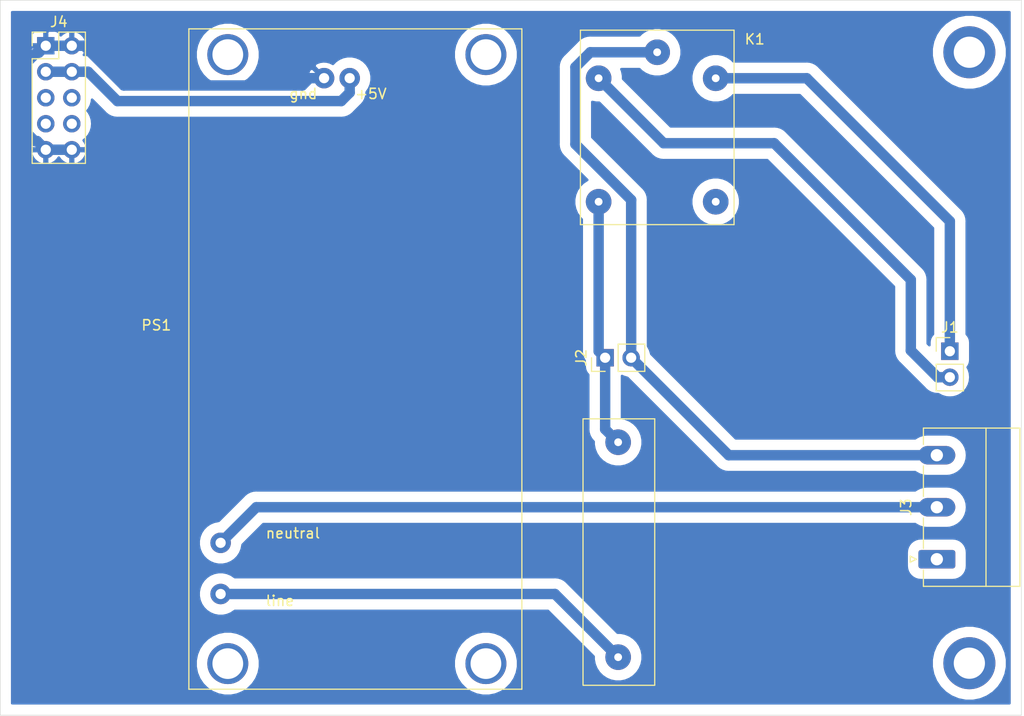
<source format=kicad_pcb>
(kicad_pcb (version 20171130) (host pcbnew "(5.1.4)-1")

  (general
    (thickness 1.6)
    (drawings 4)
    (tracks 48)
    (zones 0)
    (modules 7)
    (nets 15)
  )

  (page A4)
  (layers
    (0 F.Cu signal)
    (31 B.Cu signal)
    (32 B.Adhes user)
    (33 F.Adhes user)
    (34 B.Paste user)
    (35 F.Paste user)
    (36 B.SilkS user)
    (37 F.SilkS user)
    (38 B.Mask user)
    (39 F.Mask user)
    (40 Dwgs.User user)
    (41 Cmts.User user)
    (42 Eco1.User user)
    (43 Eco2.User user)
    (44 Edge.Cuts user)
    (45 Margin user)
    (46 B.CrtYd user)
    (47 F.CrtYd user)
    (48 B.Fab user)
    (49 F.Fab user)
  )

  (setup
    (last_trace_width 1.016)
    (trace_clearance 0.508)
    (zone_clearance 0.508)
    (zone_45_only no)
    (trace_min 0.2)
    (via_size 0.8)
    (via_drill 0.4)
    (via_min_size 0.4)
    (via_min_drill 0.3)
    (uvia_size 0.3)
    (uvia_drill 0.1)
    (uvias_allowed no)
    (uvia_min_size 0.2)
    (uvia_min_drill 0.1)
    (edge_width 0.05)
    (segment_width 0.2)
    (pcb_text_width 0.3)
    (pcb_text_size 1.5 1.5)
    (mod_edge_width 0.12)
    (mod_text_size 1 1)
    (mod_text_width 0.15)
    (pad_size 1.524 1.524)
    (pad_drill 0.762)
    (pad_to_mask_clearance 0.051)
    (solder_mask_min_width 0.25)
    (aux_axis_origin 0 0)
    (visible_elements 7FFFFFFF)
    (pcbplotparams
      (layerselection 0x010fc_ffffffff)
      (usegerberextensions false)
      (usegerberattributes false)
      (usegerberadvancedattributes false)
      (creategerberjobfile false)
      (excludeedgelayer true)
      (linewidth 0.100000)
      (plotframeref false)
      (viasonmask false)
      (mode 1)
      (useauxorigin false)
      (hpglpennumber 1)
      (hpglpenspeed 20)
      (hpglpendiameter 15.000000)
      (psnegative false)
      (psa4output false)
      (plotreference true)
      (plotvalue true)
      (plotinvisibletext false)
      (padsonsilk false)
      (subtractmaskfromsilk false)
      (outputformat 1)
      (mirror false)
      (drillshape 1)
      (scaleselection 1)
      (outputdirectory ""))
  )

  (net 0 "")
  (net 1 "Net-(F1-Pad1)")
  (net 2 "Net-(F1-Pad2)")
  (net 3 "Net-(J1-Pad2)")
  (net 4 "Net-(J1-Pad1)")
  (net 5 LINE)
  (net 6 NEUT)
  (net 7 "Net-(J4-Pad1)")
  (net 8 "Net-(J4-Pad3)")
  (net 9 "Net-(J4-Pad5)")
  (net 10 "Net-(J4-Pad6)")
  (net 11 "Net-(J4-Pad7)")
  (net 12 "Net-(J4-Pad8)")
  (net 13 "Net-(K1-Pad2)")
  (net 14 "Net-(J3-Pad1)")

  (net_class Default "This is the default net class."
    (clearance 0.508)
    (trace_width 1.016)
    (via_dia 0.8)
    (via_drill 0.4)
    (uvia_dia 0.3)
    (uvia_drill 0.1)
    (add_net LINE)
    (add_net NEUT)
    (add_net "Net-(F1-Pad1)")
    (add_net "Net-(F1-Pad2)")
    (add_net "Net-(J1-Pad1)")
    (add_net "Net-(J1-Pad2)")
    (add_net "Net-(J3-Pad1)")
    (add_net "Net-(J4-Pad1)")
    (add_net "Net-(J4-Pad3)")
    (add_net "Net-(J4-Pad5)")
    (add_net "Net-(J4-Pad6)")
    (add_net "Net-(J4-Pad7)")
    (add_net "Net-(J4-Pad8)")
    (add_net "Net-(K1-Pad2)")
  )

  (module MyStuff:Converter_ACDC_5V_10W_XPJ-01B (layer F.Cu) (tedit 61487CCC) (tstamp 6145EDC3)
    (at 116.205 119.38)
    (path /614920C0)
    (fp_text reference PS1 (at -3.175 -35.56) (layer F.SilkS)
      (effects (font (size 1 1) (thickness 0.15)))
    )
    (fp_text value XPJ-01B_5V_10W (at 15.24 1.778) (layer F.Fab)
      (effects (font (size 1 1) (thickness 0.15)))
    )
    (fp_text user +5V (at 17.78 -58.166) (layer F.SilkS)
      (effects (font (size 1 1) (thickness 0.15)))
    )
    (fp_text user gnd (at 11.176 -58.166) (layer F.SilkS)
      (effects (font (size 1 1) (thickness 0.15)))
    )
    (fp_text user line (at 8.89 -8.636) (layer F.SilkS)
      (effects (font (size 1 1) (thickness 0.15)))
    )
    (fp_text user neutral (at 10.16 -15.24) (layer F.SilkS)
      (effects (font (size 1 1) (thickness 0.15)))
    )
    (fp_line (start 32.512 -64.516) (end 0 -64.516) (layer F.SilkS) (width 0.12))
    (fp_line (start 0 0) (end 32.512 0) (layer F.SilkS) (width 0.12))
    (fp_line (start 32.512 -64.516) (end 32.512 0) (layer F.SilkS) (width 0.12))
    (fp_line (start 0 -64.516) (end 0 0) (layer F.SilkS) (width 0.12))
    (fp_line (start 32.4 0) (end 32.4 -64.65) (layer F.CrtYd) (width 0.12))
    (fp_line (start 0 0) (end 0 -64.65) (layer F.CrtYd) (width 0.12))
    (fp_line (start 0 -64.65) (end 32.4 -64.65) (layer F.CrtYd) (width 0.12))
    (fp_line (start 0 0) (end 32.4 0) (layer F.CrtYd) (width 0.12))
    (pad "" thru_hole circle (at 29 -62) (size 4 4) (drill 3) (layers *.Cu *.Mask))
    (pad "" thru_hole circle (at 29 -2.5) (size 4 4) (drill 3) (layers *.Cu *.Mask))
    (pad "" thru_hole circle (at 3.8 -62) (size 4 4) (drill 3) (layers *.Cu *.Mask))
    (pad "" thru_hole circle (at 3.8 -2.5) (size 4 4) (drill 3) (layers *.Cu *.Mask))
    (pad 4 thru_hole circle (at 15.7 -59.7) (size 2 2) (drill 1) (layers *.Cu *.Mask)
      (net 8 "Net-(J4-Pad3)"))
    (pad 3 thru_hole circle (at 13.2 -59.7) (size 2 2) (drill 1) (layers *.Cu *.Mask)
      (net 7 "Net-(J4-Pad1)"))
    (pad 1 thru_hole circle (at 3.1 -14.3) (size 2 2) (drill 1) (layers *.Cu *.Mask)
      (net 6 NEUT))
    (pad 2 thru_hole circle (at 3.1 -9.3) (size 2 2) (drill 1) (layers *.Cu *.Mask)
      (net 2 "Net-(F1-Pad2)"))
  )

  (module MyStuff:Relay_SPDT_Songel-15x19mm (layer F.Cu) (tedit 6144CB90) (tstamp 61459D49)
    (at 156.21 71.755)
    (path /6144DB6F)
    (fp_text reference K1 (at 15.24 -15.875) (layer F.SilkS)
      (effects (font (size 1 1) (thickness 0.15)))
    )
    (fp_text value SRD-05VDC-SL-C (at 5.588 4.064) (layer F.Fab)
      (effects (font (size 1 1) (thickness 0.15)))
    )
    (fp_line (start -1.778 2.236) (end 13.222 2.236) (layer F.SilkS) (width 0.12))
    (fp_line (start -1.778 -16.764) (end 13.222 -16.764) (layer F.SilkS) (width 0.12))
    (fp_line (start -1.778 -16.764) (end -1.778 2.236) (layer F.SilkS) (width 0.12))
    (fp_line (start 13.222 -16.764) (end 13.222 2.236) (layer F.SilkS) (width 0.12))
    (fp_line (start -2.032 -17.018) (end 13.462 -17.018) (layer F.Fab) (width 0.12))
    (fp_line (start 13.462 -17.018) (end 13.462 2.54) (layer F.Fab) (width 0.12))
    (fp_line (start 13.462 2.54) (end -2.032 2.54) (layer F.Fab) (width 0.12))
    (fp_line (start -2.032 2.54) (end -2.032 -17.018) (layer F.Fab) (width 0.12))
    (pad 1 thru_hole circle (at 0 0) (size 2.5 2.5) (drill 0.762) (layers *.Cu *.Mask)
      (net 1 "Net-(F1-Pad1)"))
    (pad 2 thru_hole circle (at 11.43 0) (size 2.5 2.5) (drill 0.762) (layers *.Cu *.Mask)
      (net 13 "Net-(K1-Pad2)"))
    (pad 3 thru_hole circle (at 0 -12.065) (size 2.5 2.5) (drill 0.762) (layers *.Cu *.Mask)
      (net 3 "Net-(J1-Pad2)"))
    (pad 4 thru_hole circle (at 11.43 -12.065) (size 2.5 2.5) (drill 0.762) (layers *.Cu *.Mask)
      (net 4 "Net-(J1-Pad1)"))
    (pad 5 thru_hole circle (at 5.715 -14.605) (size 2.5 2.5) (drill 0.762) (layers *.Cu *.Mask)
      (net 5 LINE))
  )

  (module Connector_PinHeader_2.54mm:PinHeader_2x05_P2.54mm_Vertical (layer F.Cu) (tedit 59FED5CC) (tstamp 61459748)
    (at 102.235 56.515)
    (descr "Through hole straight pin header, 2x05, 2.54mm pitch, double rows")
    (tags "Through hole pin header THT 2x05 2.54mm double row")
    (path /61459678)
    (fp_text reference J4 (at 1.27 -2.33) (layer F.SilkS)
      (effects (font (size 1 1) (thickness 0.15)))
    )
    (fp_text value "Power bus" (at 1.27 12.49) (layer F.Fab)
      (effects (font (size 1 1) (thickness 0.15)))
    )
    (fp_line (start 0 -1.27) (end 3.81 -1.27) (layer F.Fab) (width 0.1))
    (fp_line (start 3.81 -1.27) (end 3.81 11.43) (layer F.Fab) (width 0.1))
    (fp_line (start 3.81 11.43) (end -1.27 11.43) (layer F.Fab) (width 0.1))
    (fp_line (start -1.27 11.43) (end -1.27 0) (layer F.Fab) (width 0.1))
    (fp_line (start -1.27 0) (end 0 -1.27) (layer F.Fab) (width 0.1))
    (fp_line (start -1.33 11.49) (end 3.87 11.49) (layer F.SilkS) (width 0.12))
    (fp_line (start -1.33 1.27) (end -1.33 11.49) (layer F.SilkS) (width 0.12))
    (fp_line (start 3.87 -1.33) (end 3.87 11.49) (layer F.SilkS) (width 0.12))
    (fp_line (start -1.33 1.27) (end 1.27 1.27) (layer F.SilkS) (width 0.12))
    (fp_line (start 1.27 1.27) (end 1.27 -1.33) (layer F.SilkS) (width 0.12))
    (fp_line (start 1.27 -1.33) (end 3.87 -1.33) (layer F.SilkS) (width 0.12))
    (fp_line (start -1.33 0) (end -1.33 -1.33) (layer F.SilkS) (width 0.12))
    (fp_line (start -1.33 -1.33) (end 0 -1.33) (layer F.SilkS) (width 0.12))
    (fp_line (start -1.8 -1.8) (end -1.8 11.95) (layer F.CrtYd) (width 0.05))
    (fp_line (start -1.8 11.95) (end 4.35 11.95) (layer F.CrtYd) (width 0.05))
    (fp_line (start 4.35 11.95) (end 4.35 -1.8) (layer F.CrtYd) (width 0.05))
    (fp_line (start 4.35 -1.8) (end -1.8 -1.8) (layer F.CrtYd) (width 0.05))
    (fp_text user %R (at 1.27 5.08 90) (layer F.Fab)
      (effects (font (size 1 1) (thickness 0.15)))
    )
    (pad 1 thru_hole rect (at 0 0) (size 1.7 1.7) (drill 1) (layers *.Cu *.Mask)
      (net 7 "Net-(J4-Pad1)"))
    (pad 2 thru_hole oval (at 2.54 0) (size 1.7 1.7) (drill 1) (layers *.Cu *.Mask)
      (net 7 "Net-(J4-Pad1)"))
    (pad 3 thru_hole oval (at 0 2.54) (size 1.7 1.7) (drill 1) (layers *.Cu *.Mask)
      (net 8 "Net-(J4-Pad3)"))
    (pad 4 thru_hole oval (at 2.54 2.54) (size 1.7 1.7) (drill 1) (layers *.Cu *.Mask)
      (net 8 "Net-(J4-Pad3)"))
    (pad 5 thru_hole oval (at 0 5.08) (size 1.7 1.7) (drill 1) (layers *.Cu *.Mask)
      (net 9 "Net-(J4-Pad5)"))
    (pad 6 thru_hole oval (at 2.54 5.08) (size 1.7 1.7) (drill 1) (layers *.Cu *.Mask)
      (net 10 "Net-(J4-Pad6)"))
    (pad 7 thru_hole oval (at 0 7.62) (size 1.7 1.7) (drill 1) (layers *.Cu *.Mask)
      (net 11 "Net-(J4-Pad7)"))
    (pad 8 thru_hole oval (at 2.54 7.62) (size 1.7 1.7) (drill 1) (layers *.Cu *.Mask)
      (net 12 "Net-(J4-Pad8)"))
    (pad 9 thru_hole oval (at 0 10.16) (size 1.7 1.7) (drill 1) (layers *.Cu *.Mask)
      (net 7 "Net-(J4-Pad1)"))
    (pad 10 thru_hole oval (at 2.54 10.16) (size 1.7 1.7) (drill 1) (layers *.Cu *.Mask)
      (net 7 "Net-(J4-Pad1)"))
    (model ${KISYS3DMOD}/Connector_PinHeader_2.54mm.3dshapes/PinHeader_2x05_P2.54mm_Vertical.wrl
      (at (xyz 0 0 0))
      (scale (xyz 1 1 1))
      (rotate (xyz 0 0 0))
    )
  )

  (module Connector_PinHeader_2.54mm:PinHeader_1x02_P2.54mm_Vertical (layer F.Cu) (tedit 59FED5CC) (tstamp 6145EFB2)
    (at 156.845 86.995 90)
    (descr "Through hole straight pin header, 1x02, 2.54mm pitch, single row")
    (tags "Through hole pin header THT 1x02 2.54mm single row")
    (path /6145B14B)
    (fp_text reference J2 (at 0 -2.33 90) (layer F.SilkS)
      (effects (font (size 1 1) (thickness 0.15)))
    )
    (fp_text value "Power switch" (at 0 4.87 90) (layer F.Fab)
      (effects (font (size 1 1) (thickness 0.15)))
    )
    (fp_line (start -0.635 -1.27) (end 1.27 -1.27) (layer F.Fab) (width 0.1))
    (fp_line (start 1.27 -1.27) (end 1.27 3.81) (layer F.Fab) (width 0.1))
    (fp_line (start 1.27 3.81) (end -1.27 3.81) (layer F.Fab) (width 0.1))
    (fp_line (start -1.27 3.81) (end -1.27 -0.635) (layer F.Fab) (width 0.1))
    (fp_line (start -1.27 -0.635) (end -0.635 -1.27) (layer F.Fab) (width 0.1))
    (fp_line (start -1.33 3.87) (end 1.33 3.87) (layer F.SilkS) (width 0.12))
    (fp_line (start -1.33 1.27) (end -1.33 3.87) (layer F.SilkS) (width 0.12))
    (fp_line (start 1.33 1.27) (end 1.33 3.87) (layer F.SilkS) (width 0.12))
    (fp_line (start -1.33 1.27) (end 1.33 1.27) (layer F.SilkS) (width 0.12))
    (fp_line (start -1.33 0) (end -1.33 -1.33) (layer F.SilkS) (width 0.12))
    (fp_line (start -1.33 -1.33) (end 0 -1.33) (layer F.SilkS) (width 0.12))
    (fp_line (start -1.8 -1.8) (end -1.8 4.35) (layer F.CrtYd) (width 0.05))
    (fp_line (start -1.8 4.35) (end 1.8 4.35) (layer F.CrtYd) (width 0.05))
    (fp_line (start 1.8 4.35) (end 1.8 -1.8) (layer F.CrtYd) (width 0.05))
    (fp_line (start 1.8 -1.8) (end -1.8 -1.8) (layer F.CrtYd) (width 0.05))
    (fp_text user %R (at 0 1.27) (layer F.Fab)
      (effects (font (size 1 1) (thickness 0.15)))
    )
    (pad 1 thru_hole rect (at 0 0 90) (size 1.7 1.7) (drill 1) (layers *.Cu *.Mask)
      (net 1 "Net-(F1-Pad1)"))
    (pad 2 thru_hole oval (at 0 2.54 90) (size 1.7 1.7) (drill 1) (layers *.Cu *.Mask)
      (net 5 LINE))
    (model ${KISYS3DMOD}/Connector_PinHeader_2.54mm.3dshapes/PinHeader_1x02_P2.54mm_Vertical.wrl
      (at (xyz 0 0 0))
      (scale (xyz 1 1 1))
      (rotate (xyz 0 0 0))
    )
  )

  (module Connector_PinHeader_2.54mm:PinHeader_1x02_P2.54mm_Vertical (layer F.Cu) (tedit 59FED5CC) (tstamp 614596F5)
    (at 190.5 86.36)
    (descr "Through hole straight pin header, 1x02, 2.54mm pitch, single row")
    (tags "Through hole pin header THT 1x02 2.54mm single row")
    (path /6145A672)
    (fp_text reference J1 (at 0 -2.33) (layer F.SilkS)
      (effects (font (size 1 1) (thickness 0.15)))
    )
    (fp_text value "Ext power on" (at 0 4.87) (layer F.Fab)
      (effects (font (size 1 1) (thickness 0.15)))
    )
    (fp_text user %R (at 0 1.27 90) (layer F.Fab)
      (effects (font (size 1 1) (thickness 0.15)))
    )
    (fp_line (start 1.8 -1.8) (end -1.8 -1.8) (layer F.CrtYd) (width 0.05))
    (fp_line (start 1.8 4.35) (end 1.8 -1.8) (layer F.CrtYd) (width 0.05))
    (fp_line (start -1.8 4.35) (end 1.8 4.35) (layer F.CrtYd) (width 0.05))
    (fp_line (start -1.8 -1.8) (end -1.8 4.35) (layer F.CrtYd) (width 0.05))
    (fp_line (start -1.33 -1.33) (end 0 -1.33) (layer F.SilkS) (width 0.12))
    (fp_line (start -1.33 0) (end -1.33 -1.33) (layer F.SilkS) (width 0.12))
    (fp_line (start -1.33 1.27) (end 1.33 1.27) (layer F.SilkS) (width 0.12))
    (fp_line (start 1.33 1.27) (end 1.33 3.87) (layer F.SilkS) (width 0.12))
    (fp_line (start -1.33 1.27) (end -1.33 3.87) (layer F.SilkS) (width 0.12))
    (fp_line (start -1.33 3.87) (end 1.33 3.87) (layer F.SilkS) (width 0.12))
    (fp_line (start -1.27 -0.635) (end -0.635 -1.27) (layer F.Fab) (width 0.1))
    (fp_line (start -1.27 3.81) (end -1.27 -0.635) (layer F.Fab) (width 0.1))
    (fp_line (start 1.27 3.81) (end -1.27 3.81) (layer F.Fab) (width 0.1))
    (fp_line (start 1.27 -1.27) (end 1.27 3.81) (layer F.Fab) (width 0.1))
    (fp_line (start -0.635 -1.27) (end 1.27 -1.27) (layer F.Fab) (width 0.1))
    (pad 2 thru_hole oval (at 0 2.54) (size 1.7 1.7) (drill 1) (layers *.Cu *.Mask)
      (net 3 "Net-(J1-Pad2)"))
    (pad 1 thru_hole rect (at 0 0) (size 1.7 1.7) (drill 1) (layers *.Cu *.Mask)
      (net 4 "Net-(J1-Pad1)"))
    (model ${KISYS3DMOD}/Connector_PinHeader_2.54mm.3dshapes/PinHeader_1x02_P2.54mm_Vertical.wrl
      (at (xyz 0 0 0))
      (scale (xyz 1 1 1))
      (rotate (xyz 0 0 0))
    )
  )

  (module MyStuff:FuseHolder_Cylinder-27x8.5mm_Horizontal (layer F.Cu) (tedit 6144C433) (tstamp 614596DF)
    (at 158.115 95.25 270)
    (path /6144E395)
    (fp_text reference F1 (at 11.303 7.747 90) (layer F.SilkS) hide
      (effects (font (size 1 1) (thickness 0.15)))
    )
    (fp_text value 100mA (at 10.541 5.207 90) (layer F.Fab)
      (effects (font (size 1 1) (thickness 0.15)))
    )
    (fp_line (start -2.286 3.429) (end 23.714 3.429) (layer F.SilkS) (width 0.12))
    (fp_line (start -2.286 -3.571) (end -2.286 3.429) (layer F.SilkS) (width 0.12))
    (fp_line (start 23.749 -3.571) (end 23.749 3.429) (layer F.SilkS) (width 0.12))
    (fp_line (start -2.286 -3.571) (end 23.714 -3.571) (layer F.SilkS) (width 0.12))
    (fp_line (start -2.794 -4.436) (end 24.206 -4.436) (layer F.CrtYd) (width 0.12))
    (fp_line (start -2.794 4.064) (end 24.206 4.064) (layer F.CrtYd) (width 0.12))
    (fp_line (start 24.206 -4.436) (end 24.206 4.064) (layer F.CrtYd) (width 0.12))
    (fp_line (start -2.794 -4.436) (end -2.794 4.064) (layer F.CrtYd) (width 0.12))
    (pad 1 thru_hole circle (at 0 0 270) (size 2.5 2.5) (drill 0.762) (layers *.Cu *.Mask)
      (net 1 "Net-(F1-Pad1)"))
    (pad 2 thru_hole circle (at 21 0 270) (size 2.5 2.5) (drill 0.762) (layers *.Cu *.Mask)
      (net 2 "Net-(F1-Pad2)"))
  )

  (module Connector_Phoenix_MC_HighVoltage:PhoenixContact_MC_1,5_3-G-5.08_1x03_P5.08mm_Horizontal (layer F.Cu) (tedit 5B784ED2) (tstamp 61459728)
    (at 189.23 106.68 90)
    (descr "Generic Phoenix Contact connector footprint for: MC_1,5/3-G-5.08; number of pins: 03; pin pitch: 5.08mm; Angled || order number: 1836192 8A 320V")
    (tags "phoenix_contact connector MC_01x03_G_5.08mm")
    (path /6145B022)
    (fp_text reference J3 (at 5.08 -3 90) (layer F.SilkS)
      (effects (font (size 1 1) (thickness 0.15)))
    )
    (fp_text value Mains (at 5.08 6.35 90) (layer F.Fab)
      (effects (font (size 1 1) (thickness 0.15)))
    )
    (fp_line (start -2.65 -1.31) (end -2.65 8.11) (layer F.SilkS) (width 0.12))
    (fp_line (start -2.65 8.11) (end 12.81 8.11) (layer F.SilkS) (width 0.12))
    (fp_line (start 12.81 8.11) (end 12.81 -1.31) (layer F.SilkS) (width 0.12))
    (fp_line (start -2.65 -1.31) (end -1.05 -1.31) (layer F.SilkS) (width 0.12))
    (fp_line (start 12.81 -1.31) (end 11.21 -1.31) (layer F.SilkS) (width 0.12))
    (fp_line (start 1.05 -1.31) (end 4.03 -1.31) (layer F.SilkS) (width 0.12))
    (fp_line (start 6.13 -1.31) (end 9.11 -1.31) (layer F.SilkS) (width 0.12))
    (fp_line (start -2.54 -1.2) (end -2.54 8) (layer F.Fab) (width 0.1))
    (fp_line (start -2.54 8) (end 12.7 8) (layer F.Fab) (width 0.1))
    (fp_line (start 12.7 8) (end 12.7 -1.2) (layer F.Fab) (width 0.1))
    (fp_line (start 12.7 -1.2) (end -2.54 -1.2) (layer F.Fab) (width 0.1))
    (fp_line (start -2.65 4.8) (end 12.81 4.8) (layer F.SilkS) (width 0.12))
    (fp_line (start -3.15 -2.3) (end -3.15 8.5) (layer F.CrtYd) (width 0.05))
    (fp_line (start -3.15 8.5) (end 13.2 8.5) (layer F.CrtYd) (width 0.05))
    (fp_line (start 13.2 8.5) (end 13.2 -2.3) (layer F.CrtYd) (width 0.05))
    (fp_line (start 13.2 -2.3) (end -3.15 -2.3) (layer F.CrtYd) (width 0.05))
    (fp_line (start 0.3 -2.6) (end 0 -2) (layer F.SilkS) (width 0.12))
    (fp_line (start 0 -2) (end -0.3 -2.6) (layer F.SilkS) (width 0.12))
    (fp_line (start -0.3 -2.6) (end 0.3 -2.6) (layer F.SilkS) (width 0.12))
    (fp_line (start 0.8 -1.2) (end 0 0) (layer F.Fab) (width 0.1))
    (fp_line (start 0 0) (end -0.8 -1.2) (layer F.Fab) (width 0.1))
    (fp_text user %R (at 5.08 -0.5 90) (layer F.Fab)
      (effects (font (size 1 1) (thickness 0.15)))
    )
    (pad 1 thru_hole roundrect (at 0 0 90) (size 1.8 3.6) (drill 1.2) (layers *.Cu *.Mask) (roundrect_rratio 0.138889)
      (net 14 "Net-(J3-Pad1)"))
    (pad 2 thru_hole oval (at 5.08 0 90) (size 1.8 3.6) (drill 1.2) (layers *.Cu *.Mask)
      (net 6 NEUT))
    (pad 3 thru_hole oval (at 10.16 0 90) (size 1.8 3.6) (drill 1.2) (layers *.Cu *.Mask)
      (net 5 LINE))
    (model ${KISYS3DMOD}/Connector_Phoenix_MC_HighVoltage.3dshapes/PhoenixContact_MC_1,5_3-G-5.08_1x03_P5.08mm_Horizontal.wrl
      (at (xyz 0 0 0))
      (scale (xyz 1 1 1))
      (rotate (xyz 0 0 0))
    )
  )

  (gr_line (start 197.485 52.07) (end 197.485 121.92) (layer Edge.Cuts) (width 0.05) (tstamp 61459224))
  (gr_line (start 97.79 52.07) (end 97.79 121.92) (layer Edge.Cuts) (width 0.05))
  (gr_line (start 97.79 121.92) (end 197.485 121.92) (layer Edge.Cuts) (width 0.05) (tstamp 61459221))
  (gr_line (start 97.79 52.07) (end 197.485 52.07) (layer Edge.Cuts) (width 0.05))

  (via (at 192.405 57.15) (size 5.08) (drill 3.048) (layers F.Cu B.Cu) (net 0))
  (via (at 192.405 116.84) (size 5.08) (drill 3.048) (layers F.Cu B.Cu) (net 0) (tstamp 6148C9DB))
  (segment (start 156.21 86.36) (end 156.845 86.995) (width 1.016) (layer B.Cu) (net 1))
  (segment (start 156.21 71.755) (end 156.21 86.36) (width 1.016) (layer B.Cu) (net 1))
  (segment (start 156.845 93.98) (end 158.115 95.25) (width 1.016) (layer B.Cu) (net 1))
  (segment (start 156.845 86.995) (end 156.845 93.98) (width 1.016) (layer B.Cu) (net 1))
  (segment (start 151.945 110.08) (end 158.115 116.25) (width 1.016) (layer B.Cu) (net 2))
  (segment (start 119.305 110.08) (end 151.945 110.08) (width 1.016) (layer B.Cu) (net 2))
  (segment (start 189.297919 88.9) (end 190.5 88.9) (width 1.016) (layer B.Cu) (net 3))
  (segment (start 186.69 86.292081) (end 189.297919 88.9) (width 1.016) (layer B.Cu) (net 3))
  (segment (start 186.69 79.375) (end 186.69 86.292081) (width 1.016) (layer B.Cu) (net 3))
  (segment (start 173.355 66.04) (end 186.69 79.375) (width 1.016) (layer B.Cu) (net 3))
  (segment (start 162.56 66.04) (end 173.355 66.04) (width 1.016) (layer B.Cu) (net 3))
  (segment (start 156.21 59.69) (end 162.56 66.04) (width 1.016) (layer B.Cu) (net 3))
  (segment (start 167.64 59.69) (end 176.53 59.69) (width 1.016) (layer B.Cu) (net 4))
  (segment (start 190.5 73.66) (end 190.5 86.36) (width 1.016) (layer B.Cu) (net 4))
  (segment (start 176.53 59.69) (end 190.5 73.66) (width 1.016) (layer B.Cu) (net 4))
  (segment (start 168.91 96.52) (end 159.385 86.995) (width 1.016) (layer B.Cu) (net 5))
  (segment (start 189.23 96.52) (end 168.91 96.52) (width 1.016) (layer B.Cu) (net 5))
  (segment (start 159.385 85.792919) (end 159.385 86.995) (width 1.016) (layer B.Cu) (net 5))
  (segment (start 159.385 71.576318) (end 159.385 85.792919) (width 1.016) (layer B.Cu) (net 5))
  (segment (start 153.943999 66.135317) (end 159.385 71.576318) (width 1.016) (layer B.Cu) (net 5))
  (segment (start 153.943999 58.602319) (end 153.943999 66.135317) (width 1.016) (layer B.Cu) (net 5))
  (segment (start 155.396318 57.15) (end 153.943999 58.602319) (width 1.016) (layer B.Cu) (net 5))
  (segment (start 161.925 57.15) (end 155.396318 57.15) (width 1.016) (layer B.Cu) (net 5))
  (segment (start 122.785 101.6) (end 119.305 105.08) (width 1.016) (layer B.Cu) (net 6))
  (segment (start 189.23 101.6) (end 122.785 101.6) (width 1.016) (layer B.Cu) (net 6))
  (segment (start 105.977081 56.515) (end 104.775 56.515) (width 1.016) (layer B.Cu) (net 7))
  (segment (start 109.858082 60.396001) (end 105.977081 56.515) (width 1.016) (layer B.Cu) (net 7))
  (segment (start 127.274786 60.396001) (end 109.858082 60.396001) (width 1.016) (layer B.Cu) (net 7))
  (segment (start 127.990787 59.68) (end 127.274786 60.396001) (width 1.016) (layer B.Cu) (net 7))
  (segment (start 129.405 59.68) (end 127.990787 59.68) (width 1.016) (layer B.Cu) (net 7))
  (segment (start 101.385001 65.825001) (end 102.235 66.675) (width 1.016) (layer B.Cu) (net 7))
  (segment (start 101.163319 65.825001) (end 101.385001 65.825001) (width 1.016) (layer B.Cu) (net 7))
  (segment (start 100.368999 65.030681) (end 101.163319 65.825001) (width 1.016) (layer B.Cu) (net 7))
  (segment (start 100.368999 58.159319) (end 100.368999 65.030681) (width 1.016) (layer B.Cu) (net 7))
  (segment (start 101.339319 57.188999) (end 100.368999 58.159319) (width 1.016) (layer B.Cu) (net 7))
  (segment (start 101.561001 57.188999) (end 101.339319 57.188999) (width 1.016) (layer B.Cu) (net 7))
  (segment (start 102.235 56.515) (end 101.561001 57.188999) (width 1.016) (layer B.Cu) (net 7))
  (segment (start 104.775 56.515) (end 102.235 56.515) (width 1.016) (layer B.Cu) (net 7))
  (segment (start 104.775 66.675) (end 102.235 66.675) (width 1.016) (layer B.Cu) (net 7))
  (segment (start 105.977081 59.055) (end 104.775 59.055) (width 1.016) (layer B.Cu) (net 8))
  (segment (start 106.361807 59.055) (end 105.977081 59.055) (width 1.016) (layer B.Cu) (net 8))
  (segment (start 109.226818 61.920011) (end 106.361807 59.055) (width 1.016) (layer B.Cu) (net 8))
  (segment (start 131.079202 61.920011) (end 109.226818 61.920011) (width 1.016) (layer B.Cu) (net 8))
  (segment (start 131.905 61.094213) (end 131.079202 61.920011) (width 1.016) (layer B.Cu) (net 8))
  (segment (start 131.905 59.68) (end 131.905 61.094213) (width 1.016) (layer B.Cu) (net 8))
  (segment (start 104.775 59.055) (end 102.235 59.055) (width 1.016) (layer B.Cu) (net 8))

  (zone (net 7) (net_name "Net-(J4-Pad1)") (layer B.Cu) (tstamp 0) (hatch edge 0.508)
    (connect_pads (clearance 1.016))
    (min_thickness 0.254)
    (fill yes (arc_segments 32) (thermal_gap 0.508) (thermal_bridge_width 0.508))
    (polygon
      (pts
        (xy 97.79 52.07) (xy 197.485 52.07) (xy 197.485 121.92) (xy 97.79 121.92)
      )
    )
    (filled_polygon
      (pts
        (xy 196.317001 120.752) (xy 98.958 120.752) (xy 98.958 116.570441) (xy 116.862 116.570441) (xy 116.862 117.189559)
        (xy 116.982783 117.796779) (xy 117.219709 118.368769) (xy 117.563672 118.883546) (xy 118.001454 119.321328) (xy 118.516231 119.665291)
        (xy 119.088221 119.902217) (xy 119.695441 120.023) (xy 120.314559 120.023) (xy 120.921779 119.902217) (xy 121.493769 119.665291)
        (xy 122.008546 119.321328) (xy 122.446328 118.883546) (xy 122.790291 118.368769) (xy 123.027217 117.796779) (xy 123.148 117.189559)
        (xy 123.148 116.570441) (xy 142.062 116.570441) (xy 142.062 117.189559) (xy 142.182783 117.796779) (xy 142.419709 118.368769)
        (xy 142.763672 118.883546) (xy 143.201454 119.321328) (xy 143.716231 119.665291) (xy 144.288221 119.902217) (xy 144.895441 120.023)
        (xy 145.514559 120.023) (xy 146.121779 119.902217) (xy 146.693769 119.665291) (xy 147.208546 119.321328) (xy 147.646328 118.883546)
        (xy 147.990291 118.368769) (xy 148.227217 117.796779) (xy 148.348 117.189559) (xy 148.348 116.570441) (xy 148.227217 115.963221)
        (xy 147.990291 115.391231) (xy 147.646328 114.876454) (xy 147.208546 114.438672) (xy 146.693769 114.094709) (xy 146.121779 113.857783)
        (xy 145.514559 113.737) (xy 144.895441 113.737) (xy 144.288221 113.857783) (xy 143.716231 114.094709) (xy 143.201454 114.438672)
        (xy 142.763672 114.876454) (xy 142.419709 115.391231) (xy 142.182783 115.963221) (xy 142.062 116.570441) (xy 123.148 116.570441)
        (xy 123.027217 115.963221) (xy 122.790291 115.391231) (xy 122.446328 114.876454) (xy 122.008546 114.438672) (xy 121.493769 114.094709)
        (xy 120.921779 113.857783) (xy 120.314559 113.737) (xy 119.695441 113.737) (xy 119.088221 113.857783) (xy 118.516231 114.094709)
        (xy 118.001454 114.438672) (xy 117.563672 114.876454) (xy 117.219709 115.391231) (xy 116.982783 115.963221) (xy 116.862 116.570441)
        (xy 98.958 116.570441) (xy 98.958 109.868933) (xy 117.162 109.868933) (xy 117.162 110.291067) (xy 117.244354 110.70509)
        (xy 117.405898 111.095091) (xy 117.640423 111.446083) (xy 117.938917 111.744577) (xy 118.289909 111.979102) (xy 118.67991 112.140646)
        (xy 119.093933 112.223) (xy 119.516067 112.223) (xy 119.93009 112.140646) (xy 120.320091 111.979102) (xy 120.671083 111.744577)
        (xy 120.68466 111.731) (xy 151.261134 111.731) (xy 155.722 116.191866) (xy 155.722 116.48569) (xy 155.813961 116.948012)
        (xy 155.994351 117.383511) (xy 156.256235 117.775449) (xy 156.589551 118.108765) (xy 156.981489 118.370649) (xy 157.416988 118.551039)
        (xy 157.87931 118.643) (xy 158.35069 118.643) (xy 158.813012 118.551039) (xy 159.248511 118.370649) (xy 159.640449 118.108765)
        (xy 159.973765 117.775449) (xy 160.235649 117.383511) (xy 160.416039 116.948012) (xy 160.508 116.48569) (xy 160.508 116.477256)
        (xy 188.722 116.477256) (xy 188.722 117.202744) (xy 188.863536 117.914291) (xy 189.141168 118.584554) (xy 189.544227 119.187775)
        (xy 190.057225 119.700773) (xy 190.660446 120.103832) (xy 191.330709 120.381464) (xy 192.042256 120.523) (xy 192.767744 120.523)
        (xy 193.479291 120.381464) (xy 194.149554 120.103832) (xy 194.752775 119.700773) (xy 195.265773 119.187775) (xy 195.668832 118.584554)
        (xy 195.946464 117.914291) (xy 196.088 117.202744) (xy 196.088 116.477256) (xy 195.946464 115.765709) (xy 195.668832 115.095446)
        (xy 195.265773 114.492225) (xy 194.752775 113.979227) (xy 194.149554 113.576168) (xy 193.479291 113.298536) (xy 192.767744 113.157)
        (xy 192.042256 113.157) (xy 191.330709 113.298536) (xy 190.660446 113.576168) (xy 190.057225 113.979227) (xy 189.544227 114.492225)
        (xy 189.141168 115.095446) (xy 188.863536 115.765709) (xy 188.722 116.477256) (xy 160.508 116.477256) (xy 160.508 116.01431)
        (xy 160.416039 115.551988) (xy 160.235649 115.116489) (xy 159.973765 114.724551) (xy 159.640449 114.391235) (xy 159.248511 114.129351)
        (xy 158.813012 113.948961) (xy 158.35069 113.857) (xy 158.056866 113.857) (xy 153.169787 108.969921) (xy 153.118082 108.906918)
        (xy 152.866684 108.700602) (xy 152.579867 108.547295) (xy 152.268653 108.452889) (xy 152.026104 108.429) (xy 152.026101 108.429)
        (xy 151.945 108.421012) (xy 151.863899 108.429) (xy 120.68466 108.429) (xy 120.671083 108.415423) (xy 120.320091 108.180898)
        (xy 119.93009 108.019354) (xy 119.516067 107.937) (xy 119.093933 107.937) (xy 118.67991 108.019354) (xy 118.289909 108.180898)
        (xy 117.938917 108.415423) (xy 117.640423 108.713917) (xy 117.405898 109.064909) (xy 117.244354 109.45491) (xy 117.162 109.868933)
        (xy 98.958 109.868933) (xy 98.958 104.868933) (xy 117.162 104.868933) (xy 117.162 105.291067) (xy 117.244354 105.70509)
        (xy 117.405898 106.095091) (xy 117.640423 106.446083) (xy 117.938917 106.744577) (xy 118.289909 106.979102) (xy 118.67991 107.140646)
        (xy 119.093933 107.223) (xy 119.516067 107.223) (xy 119.93009 107.140646) (xy 120.320091 106.979102) (xy 120.671083 106.744577)
        (xy 120.969577 106.446083) (xy 121.204102 106.095091) (xy 121.231063 106.03) (xy 186.28147 106.03) (xy 186.28147 107.33)
        (xy 186.308342 107.60284) (xy 186.387927 107.865194) (xy 186.517165 108.106982) (xy 186.69109 108.31891) (xy 186.903018 108.492835)
        (xy 187.144806 108.622073) (xy 187.40716 108.701658) (xy 187.68 108.72853) (xy 190.78 108.72853) (xy 191.05284 108.701658)
        (xy 191.315194 108.622073) (xy 191.556982 108.492835) (xy 191.76891 108.31891) (xy 191.942835 108.106982) (xy 192.072073 107.865194)
        (xy 192.151658 107.60284) (xy 192.17853 107.33) (xy 192.17853 106.03) (xy 192.151658 105.75716) (xy 192.072073 105.494806)
        (xy 191.942835 105.253018) (xy 191.76891 105.04109) (xy 191.556982 104.867165) (xy 191.315194 104.737927) (xy 191.05284 104.658342)
        (xy 190.78 104.63147) (xy 187.68 104.63147) (xy 187.40716 104.658342) (xy 187.144806 104.737927) (xy 186.903018 104.867165)
        (xy 186.69109 105.04109) (xy 186.517165 105.253018) (xy 186.387927 105.494806) (xy 186.308342 105.75716) (xy 186.28147 106.03)
        (xy 121.231063 106.03) (xy 121.365646 105.70509) (xy 121.448 105.291067) (xy 121.448 105.271866) (xy 123.468867 103.251)
        (xy 187.12135 103.251) (xy 187.189478 103.306911) (xy 187.544395 103.496618) (xy 187.929502 103.613439) (xy 188.229637 103.643)
        (xy 190.230363 103.643) (xy 190.530498 103.613439) (xy 190.915605 103.496618) (xy 191.270522 103.306911) (xy 191.581609 103.051609)
        (xy 191.836911 102.740522) (xy 192.026618 102.385605) (xy 192.143439 102.000498) (xy 192.182885 101.6) (xy 192.143439 101.199502)
        (xy 192.026618 100.814395) (xy 191.836911 100.459478) (xy 191.581609 100.148391) (xy 191.270522 99.893089) (xy 190.915605 99.703382)
        (xy 190.530498 99.586561) (xy 190.230363 99.557) (xy 188.229637 99.557) (xy 187.929502 99.586561) (xy 187.544395 99.703382)
        (xy 187.189478 99.893089) (xy 187.12135 99.949) (xy 122.8661 99.949) (xy 122.784999 99.941012) (xy 122.703898 99.949)
        (xy 122.703896 99.949) (xy 122.461347 99.972889) (xy 122.150133 100.067295) (xy 122.016622 100.138658) (xy 121.863315 100.220602)
        (xy 121.685638 100.366417) (xy 121.611918 100.426918) (xy 121.560218 100.489915) (xy 119.113134 102.937) (xy 119.093933 102.937)
        (xy 118.67991 103.019354) (xy 118.289909 103.180898) (xy 117.938917 103.415423) (xy 117.640423 103.713917) (xy 117.405898 104.064909)
        (xy 117.244354 104.45491) (xy 117.162 104.868933) (xy 98.958 104.868933) (xy 98.958 67.03189) (xy 100.793524 67.03189)
        (xy 100.838175 67.179099) (xy 100.963359 67.44192) (xy 101.137412 67.675269) (xy 101.353645 67.870178) (xy 101.603748 68.019157)
        (xy 101.878109 68.116481) (xy 102.108 67.995814) (xy 102.108 66.802) (xy 102.362 66.802) (xy 102.362 67.995814)
        (xy 102.591891 68.116481) (xy 102.866252 68.019157) (xy 103.116355 67.870178) (xy 103.332588 67.675269) (xy 103.505 67.44412)
        (xy 103.677412 67.675269) (xy 103.893645 67.870178) (xy 104.143748 68.019157) (xy 104.418109 68.116481) (xy 104.648 67.995814)
        (xy 104.648 66.802) (xy 104.902 66.802) (xy 104.902 67.995814) (xy 105.131891 68.116481) (xy 105.406252 68.019157)
        (xy 105.656355 67.870178) (xy 105.872588 67.675269) (xy 106.046641 67.44192) (xy 106.171825 67.179099) (xy 106.216476 67.03189)
        (xy 106.095155 66.802) (xy 104.902 66.802) (xy 104.648 66.802) (xy 102.362 66.802) (xy 102.108 66.802)
        (xy 100.914845 66.802) (xy 100.793524 67.03189) (xy 98.958 67.03189) (xy 98.958 59.055) (xy 100.232357 59.055)
        (xy 100.270837 59.445696) (xy 100.384799 59.821378) (xy 100.569863 60.167609) (xy 100.699031 60.325) (xy 100.569863 60.482391)
        (xy 100.384799 60.828622) (xy 100.270837 61.204304) (xy 100.232357 61.595) (xy 100.270837 61.985696) (xy 100.384799 62.361378)
        (xy 100.569863 62.707609) (xy 100.699031 62.865) (xy 100.569863 63.022391) (xy 100.384799 63.368622) (xy 100.270837 63.744304)
        (xy 100.232357 64.135) (xy 100.270837 64.525696) (xy 100.384799 64.901378) (xy 100.569863 65.247609) (xy 100.818918 65.551082)
        (xy 101.073687 65.760166) (xy 100.963359 65.90808) (xy 100.838175 66.170901) (xy 100.793524 66.31811) (xy 100.914845 66.548)
        (xy 102.108 66.548) (xy 102.108 66.528) (xy 102.362 66.528) (xy 102.362 66.548) (xy 104.648 66.548)
        (xy 104.648 66.528) (xy 104.902 66.528) (xy 104.902 66.548) (xy 106.095155 66.548) (xy 106.216476 66.31811)
        (xy 106.171825 66.170901) (xy 106.046641 65.90808) (xy 105.936313 65.760166) (xy 106.191082 65.551082) (xy 106.440137 65.247609)
        (xy 106.625201 64.901378) (xy 106.739163 64.525696) (xy 106.777643 64.135) (xy 106.739163 63.744304) (xy 106.625201 63.368622)
        (xy 106.440137 63.022391) (xy 106.310969 62.865) (xy 106.440137 62.707609) (xy 106.625201 62.361378) (xy 106.739163 61.985696)
        (xy 106.758751 61.786811) (xy 108.002036 63.030096) (xy 108.053736 63.093093) (xy 108.116733 63.144793) (xy 108.305133 63.299409)
        (xy 108.434622 63.368622) (xy 108.591951 63.452716) (xy 108.903165 63.547122) (xy 109.145714 63.571011) (xy 109.145716 63.571011)
        (xy 109.226817 63.578999) (xy 109.307918 63.571011) (xy 130.998101 63.571011) (xy 131.079202 63.578999) (xy 131.160303 63.571011)
        (xy 131.160306 63.571011) (xy 131.402855 63.547122) (xy 131.714069 63.452716) (xy 132.000886 63.299409) (xy 132.252284 63.093093)
        (xy 132.303989 63.030089) (xy 133.015074 62.319004) (xy 133.078082 62.267295) (xy 133.284398 62.015897) (xy 133.387504 61.823)
        (xy 133.437705 61.729081) (xy 133.459677 61.656647) (xy 133.532111 61.417866) (xy 133.556 61.175317) (xy 133.556 61.175314)
        (xy 133.563988 61.094213) (xy 133.560174 61.055486) (xy 133.569577 61.046083) (xy 133.804102 60.695091) (xy 133.965646 60.30509)
        (xy 134.048 59.891067) (xy 134.048 59.468933) (xy 133.965646 59.05491) (xy 133.804102 58.664909) (xy 133.569577 58.313917)
        (xy 133.271083 58.015423) (xy 132.920091 57.780898) (xy 132.53009 57.619354) (xy 132.116067 57.537) (xy 131.693933 57.537)
        (xy 131.27991 57.619354) (xy 130.889909 57.780898) (xy 130.538917 58.015423) (xy 130.267466 58.286874) (xy 130.265044 58.280186)
        (xy 129.975429 58.139296) (xy 129.663892 58.057616) (xy 129.342405 58.038282) (xy 129.023325 58.082039) (xy 128.718912 58.187205)
        (xy 128.544956 58.280186) (xy 128.449192 58.544587) (xy 129.405 59.500395) (xy 129.419143 59.486253) (xy 129.598748 59.665858)
        (xy 129.584605 59.68) (xy 129.598748 59.694143) (xy 129.419143 59.873748) (xy 129.405 59.859605) (xy 129.390858 59.873748)
        (xy 129.211253 59.694143) (xy 129.225395 59.68) (xy 128.269587 58.724192) (xy 128.005186 58.819956) (xy 127.864296 59.109571)
        (xy 127.782616 59.421108) (xy 127.763282 59.742595) (xy 127.807039 60.061675) (xy 127.878668 60.269011) (xy 121.243367 60.269011)
        (xy 121.493769 60.165291) (xy 122.008546 59.821328) (xy 122.446328 59.383546) (xy 122.790291 58.868769) (xy 123.027217 58.296779)
        (xy 123.148 57.689559) (xy 123.148 57.070441) (xy 142.062 57.070441) (xy 142.062 57.689559) (xy 142.182783 58.296779)
        (xy 142.419709 58.868769) (xy 142.763672 59.383546) (xy 143.201454 59.821328) (xy 143.716231 60.165291) (xy 144.288221 60.402217)
        (xy 144.895441 60.523) (xy 145.514559 60.523) (xy 146.121779 60.402217) (xy 146.693769 60.165291) (xy 147.208546 59.821328)
        (xy 147.646328 59.383546) (xy 147.990291 58.868769) (xy 148.100658 58.602319) (xy 152.285011 58.602319) (xy 152.292999 58.68342)
        (xy 152.293 66.054206) (xy 152.285011 66.135317) (xy 152.316889 66.458969) (xy 152.411295 66.770184) (xy 152.55118 67.03189)
        (xy 152.564602 67.057001) (xy 152.770918 67.308399) (xy 152.833915 67.360099) (xy 155.098888 69.625073) (xy 155.076489 69.634351)
        (xy 154.684551 69.896235) (xy 154.351235 70.229551) (xy 154.089351 70.621489) (xy 153.908961 71.056988) (xy 153.817 71.51931)
        (xy 153.817 71.99069) (xy 153.908961 72.453012) (xy 154.089351 72.888511) (xy 154.351235 73.280449) (xy 154.559 73.488214)
        (xy 154.559001 86.278889) (xy 154.551012 86.36) (xy 154.58289 86.683652) (xy 154.677296 86.994867) (xy 154.830602 87.281683)
        (xy 154.84647 87.301018) (xy 154.84647 87.845) (xy 154.868539 88.069067) (xy 154.933897 88.284523) (xy 155.040032 88.483089)
        (xy 155.182867 88.657133) (xy 155.194 88.66627) (xy 155.194001 93.898889) (xy 155.186012 93.98) (xy 155.201763 94.139915)
        (xy 155.21789 94.303653) (xy 155.312296 94.614867) (xy 155.465603 94.901684) (xy 155.671919 95.153082) (xy 155.722 95.194182)
        (xy 155.722 95.48569) (xy 155.813961 95.948012) (xy 155.994351 96.383511) (xy 156.256235 96.775449) (xy 156.589551 97.108765)
        (xy 156.981489 97.370649) (xy 157.416988 97.551039) (xy 157.87931 97.643) (xy 158.35069 97.643) (xy 158.813012 97.551039)
        (xy 159.248511 97.370649) (xy 159.640449 97.108765) (xy 159.973765 96.775449) (xy 160.235649 96.383511) (xy 160.416039 95.948012)
        (xy 160.508 95.48569) (xy 160.508 95.01431) (xy 160.416039 94.551988) (xy 160.235649 94.116489) (xy 159.973765 93.724551)
        (xy 159.640449 93.391235) (xy 159.248511 93.129351) (xy 158.813012 92.948961) (xy 158.496 92.885904) (xy 158.496 88.779658)
        (xy 158.618622 88.845201) (xy 158.994304 88.959163) (xy 159.016481 88.961347) (xy 167.685218 97.630085) (xy 167.736918 97.693082)
        (xy 167.799915 97.744782) (xy 167.988315 97.899398) (xy 168.123413 97.971609) (xy 168.275133 98.052705) (xy 168.586347 98.147111)
        (xy 168.828896 98.171) (xy 168.828898 98.171) (xy 168.909999 98.178988) (xy 168.9911 98.171) (xy 187.12135 98.171)
        (xy 187.189478 98.226911) (xy 187.544395 98.416618) (xy 187.929502 98.533439) (xy 188.229637 98.563) (xy 190.230363 98.563)
        (xy 190.530498 98.533439) (xy 190.915605 98.416618) (xy 191.270522 98.226911) (xy 191.581609 97.971609) (xy 191.836911 97.660522)
        (xy 192.026618 97.305605) (xy 192.143439 96.920498) (xy 192.182885 96.52) (xy 192.143439 96.119502) (xy 192.026618 95.734395)
        (xy 191.836911 95.379478) (xy 191.581609 95.068391) (xy 191.270522 94.813089) (xy 190.915605 94.623382) (xy 190.530498 94.506561)
        (xy 190.230363 94.477) (xy 188.229637 94.477) (xy 187.929502 94.506561) (xy 187.544395 94.623382) (xy 187.189478 94.813089)
        (xy 187.12135 94.869) (xy 169.593867 94.869) (xy 161.351347 86.626481) (xy 161.349163 86.604304) (xy 161.235201 86.228622)
        (xy 161.050137 85.882391) (xy 161.036 85.865165) (xy 161.036 71.657418) (xy 161.043988 71.576317) (xy 161.038374 71.51931)
        (xy 165.247 71.51931) (xy 165.247 71.99069) (xy 165.338961 72.453012) (xy 165.519351 72.888511) (xy 165.781235 73.280449)
        (xy 166.114551 73.613765) (xy 166.506489 73.875649) (xy 166.941988 74.056039) (xy 167.40431 74.148) (xy 167.87569 74.148)
        (xy 168.338012 74.056039) (xy 168.773511 73.875649) (xy 169.165449 73.613765) (xy 169.498765 73.280449) (xy 169.760649 72.888511)
        (xy 169.941039 72.453012) (xy 170.033 71.99069) (xy 170.033 71.51931) (xy 169.941039 71.056988) (xy 169.760649 70.621489)
        (xy 169.498765 70.229551) (xy 169.165449 69.896235) (xy 168.773511 69.634351) (xy 168.338012 69.453961) (xy 167.87569 69.362)
        (xy 167.40431 69.362) (xy 166.941988 69.453961) (xy 166.506489 69.634351) (xy 166.114551 69.896235) (xy 165.781235 70.229551)
        (xy 165.519351 70.621489) (xy 165.338961 71.056988) (xy 165.247 71.51931) (xy 161.038374 71.51931) (xy 161.036 71.495214)
        (xy 161.012111 71.252665) (xy 160.917705 70.941451) (xy 160.764399 70.654635) (xy 160.764398 70.654633) (xy 160.609782 70.466233)
        (xy 160.558082 70.403236) (xy 160.495086 70.351537) (xy 155.594999 65.451451) (xy 155.594999 62.007551) (xy 155.97431 62.083)
        (xy 156.268134 62.083) (xy 161.335217 67.150084) (xy 161.386918 67.213082) (xy 161.449915 67.264782) (xy 161.638315 67.419398)
        (xy 161.791622 67.501342) (xy 161.925133 67.572705) (xy 162.236347 67.667111) (xy 162.478896 67.691) (xy 162.478898 67.691)
        (xy 162.559999 67.698988) (xy 162.6411 67.691) (xy 172.671134 67.691) (xy 185.039 80.058867) (xy 185.039001 86.21097)
        (xy 185.031012 86.292081) (xy 185.04569 86.441104) (xy 185.06289 86.615734) (xy 185.083493 86.683652) (xy 185.157296 86.926948)
        (xy 185.310602 87.213764) (xy 185.366342 87.281684) (xy 185.516919 87.465163) (xy 185.579916 87.516863) (xy 188.073137 90.010084)
        (xy 188.124837 90.073082) (xy 188.187834 90.124782) (xy 188.376234 90.279398) (xy 188.529541 90.361342) (xy 188.663052 90.432705)
        (xy 188.974266 90.527111) (xy 189.216815 90.551) (xy 189.216817 90.551) (xy 189.297918 90.558988) (xy 189.371114 90.551779)
        (xy 189.387391 90.565137) (xy 189.733622 90.750201) (xy 190.109304 90.864163) (xy 190.402092 90.893) (xy 190.597908 90.893)
        (xy 190.890696 90.864163) (xy 191.266378 90.750201) (xy 191.612609 90.565137) (xy 191.916082 90.316082) (xy 192.165137 90.012609)
        (xy 192.350201 89.666378) (xy 192.464163 89.290696) (xy 192.502643 88.9) (xy 192.464163 88.509304) (xy 192.350201 88.133622)
        (xy 192.239936 87.92733) (xy 192.304968 87.848089) (xy 192.411103 87.649523) (xy 192.476461 87.434067) (xy 192.49853 87.21)
        (xy 192.49853 85.51) (xy 192.476461 85.285933) (xy 192.411103 85.070477) (xy 192.304968 84.871911) (xy 192.162133 84.697867)
        (xy 192.151 84.68873) (xy 192.151 73.7411) (xy 192.158988 73.659999) (xy 192.151 73.578896) (xy 192.127111 73.336347)
        (xy 192.032705 73.025133) (xy 191.879399 72.738317) (xy 191.879398 72.738315) (xy 191.724782 72.549915) (xy 191.673082 72.486918)
        (xy 191.610086 72.435219) (xy 177.754787 58.579921) (xy 177.703082 58.516918) (xy 177.451684 58.310602) (xy 177.164867 58.157295)
        (xy 176.853653 58.062889) (xy 176.611104 58.039) (xy 176.611101 58.039) (xy 176.53 58.031012) (xy 176.448899 58.039)
        (xy 169.373214 58.039) (xy 169.165449 57.831235) (xy 168.773511 57.569351) (xy 168.338012 57.388961) (xy 167.87569 57.297)
        (xy 167.40431 57.297) (xy 166.941988 57.388961) (xy 166.506489 57.569351) (xy 166.114551 57.831235) (xy 165.781235 58.164551)
        (xy 165.519351 58.556489) (xy 165.338961 58.991988) (xy 165.247 59.45431) (xy 165.247 59.92569) (xy 165.338961 60.388012)
        (xy 165.519351 60.823511) (xy 165.781235 61.215449) (xy 166.114551 61.548765) (xy 166.506489 61.810649) (xy 166.941988 61.991039)
        (xy 167.40431 62.083) (xy 167.87569 62.083) (xy 168.338012 61.991039) (xy 168.773511 61.810649) (xy 169.165449 61.548765)
        (xy 169.373214 61.341) (xy 175.846134 61.341) (xy 188.849 74.343867) (xy 188.849001 84.68873) (xy 188.837867 84.697867)
        (xy 188.695032 84.871911) (xy 188.588897 85.070477) (xy 188.523539 85.285933) (xy 188.50147 85.51) (xy 188.50147 85.768685)
        (xy 188.341 85.608215) (xy 188.341 79.456101) (xy 188.348988 79.375) (xy 188.341 79.293896) (xy 188.317111 79.051347)
        (xy 188.222705 78.740133) (xy 188.069398 78.453316) (xy 187.863082 78.201918) (xy 187.800086 78.150219) (xy 174.579787 64.929921)
        (xy 174.528082 64.866918) (xy 174.276684 64.660602) (xy 173.989867 64.507295) (xy 173.678653 64.412889) (xy 173.436104 64.389)
        (xy 173.436101 64.389) (xy 173.355 64.381012) (xy 173.273899 64.389) (xy 163.243867 64.389) (xy 158.603 59.748134)
        (xy 158.603 59.45431) (xy 158.511039 58.991988) (xy 158.431929 58.801) (xy 160.191786 58.801) (xy 160.399551 59.008765)
        (xy 160.791489 59.270649) (xy 161.226988 59.451039) (xy 161.68931 59.543) (xy 162.16069 59.543) (xy 162.623012 59.451039)
        (xy 163.058511 59.270649) (xy 163.450449 59.008765) (xy 163.783765 58.675449) (xy 164.045649 58.283511) (xy 164.226039 57.848012)
        (xy 164.318 57.38569) (xy 164.318 56.91431) (xy 164.292728 56.787256) (xy 188.722 56.787256) (xy 188.722 57.512744)
        (xy 188.863536 58.224291) (xy 189.141168 58.894554) (xy 189.544227 59.497775) (xy 190.057225 60.010773) (xy 190.660446 60.413832)
        (xy 191.330709 60.691464) (xy 192.042256 60.833) (xy 192.767744 60.833) (xy 193.479291 60.691464) (xy 194.149554 60.413832)
        (xy 194.752775 60.010773) (xy 195.265773 59.497775) (xy 195.668832 58.894554) (xy 195.946464 58.224291) (xy 196.088 57.512744)
        (xy 196.088 56.787256) (xy 195.946464 56.075709) (xy 195.668832 55.405446) (xy 195.265773 54.802225) (xy 194.752775 54.289227)
        (xy 194.149554 53.886168) (xy 193.479291 53.608536) (xy 192.767744 53.467) (xy 192.042256 53.467) (xy 191.330709 53.608536)
        (xy 190.660446 53.886168) (xy 190.057225 54.289227) (xy 189.544227 54.802225) (xy 189.141168 55.405446) (xy 188.863536 56.075709)
        (xy 188.722 56.787256) (xy 164.292728 56.787256) (xy 164.226039 56.451988) (xy 164.045649 56.016489) (xy 163.783765 55.624551)
        (xy 163.450449 55.291235) (xy 163.058511 55.029351) (xy 162.623012 54.848961) (xy 162.16069 54.757) (xy 161.68931 54.757)
        (xy 161.226988 54.848961) (xy 160.791489 55.029351) (xy 160.399551 55.291235) (xy 160.191786 55.499) (xy 155.477418 55.499)
        (xy 155.396317 55.491012) (xy 155.315216 55.499) (xy 155.315214 55.499) (xy 155.072665 55.522889) (xy 154.761451 55.617295)
        (xy 154.62794 55.688658) (xy 154.474633 55.770602) (xy 154.327646 55.891231) (xy 154.223236 55.976918) (xy 154.171535 56.039916)
        (xy 152.833919 57.377532) (xy 152.770917 57.429237) (xy 152.564601 57.680636) (xy 152.411294 57.967453) (xy 152.316888 58.278667)
        (xy 152.293422 58.516919) (xy 152.285011 58.602319) (xy 148.100658 58.602319) (xy 148.227217 58.296779) (xy 148.348 57.689559)
        (xy 148.348 57.070441) (xy 148.227217 56.463221) (xy 147.990291 55.891231) (xy 147.646328 55.376454) (xy 147.208546 54.938672)
        (xy 146.693769 54.594709) (xy 146.121779 54.357783) (xy 145.514559 54.237) (xy 144.895441 54.237) (xy 144.288221 54.357783)
        (xy 143.716231 54.594709) (xy 143.201454 54.938672) (xy 142.763672 55.376454) (xy 142.419709 55.891231) (xy 142.182783 56.463221)
        (xy 142.062 57.070441) (xy 123.148 57.070441) (xy 123.027217 56.463221) (xy 122.790291 55.891231) (xy 122.446328 55.376454)
        (xy 122.008546 54.938672) (xy 121.493769 54.594709) (xy 120.921779 54.357783) (xy 120.314559 54.237) (xy 119.695441 54.237)
        (xy 119.088221 54.357783) (xy 118.516231 54.594709) (xy 118.001454 54.938672) (xy 117.563672 55.376454) (xy 117.219709 55.891231)
        (xy 116.982783 56.463221) (xy 116.862 57.070441) (xy 116.862 57.689559) (xy 116.982783 58.296779) (xy 117.219709 58.868769)
        (xy 117.563672 59.383546) (xy 118.001454 59.821328) (xy 118.516231 60.165291) (xy 118.766633 60.269011) (xy 109.910685 60.269011)
        (xy 107.586594 57.944921) (xy 107.534889 57.881918) (xy 107.283491 57.675602) (xy 106.996674 57.522295) (xy 106.68546 57.427889)
        (xy 106.442911 57.404) (xy 106.442908 57.404) (xy 106.361807 57.396012) (xy 106.280706 57.404) (xy 105.955583 57.404)
        (xy 106.046641 57.28192) (xy 106.171825 57.019099) (xy 106.216476 56.87189) (xy 106.095155 56.642) (xy 104.902 56.642)
        (xy 104.902 56.662) (xy 104.648 56.662) (xy 104.648 56.642) (xy 102.362 56.642) (xy 102.362 56.662)
        (xy 102.108 56.662) (xy 102.108 56.642) (xy 100.90875 56.642) (xy 100.75 56.80075) (xy 100.746928 57.365)
        (xy 100.759188 57.489482) (xy 100.795498 57.60918) (xy 100.814361 57.64447) (xy 100.569863 57.942391) (xy 100.384799 58.288622)
        (xy 100.270837 58.664304) (xy 100.232357 59.055) (xy 98.958 59.055) (xy 98.958 55.665) (xy 100.746928 55.665)
        (xy 100.75 56.22925) (xy 100.90875 56.388) (xy 102.108 56.388) (xy 102.108 55.18875) (xy 102.362 55.18875)
        (xy 102.362 56.388) (xy 104.648 56.388) (xy 104.648 55.194186) (xy 104.902 55.194186) (xy 104.902 56.388)
        (xy 106.095155 56.388) (xy 106.216476 56.15811) (xy 106.171825 56.010901) (xy 106.046641 55.74808) (xy 105.872588 55.514731)
        (xy 105.656355 55.319822) (xy 105.406252 55.170843) (xy 105.131891 55.073519) (xy 104.902 55.194186) (xy 104.648 55.194186)
        (xy 104.418109 55.073519) (xy 104.143748 55.170843) (xy 103.893645 55.319822) (xy 103.697498 55.496626) (xy 103.674502 55.42082)
        (xy 103.615537 55.310506) (xy 103.536185 55.213815) (xy 103.439494 55.134463) (xy 103.32918 55.075498) (xy 103.209482 55.039188)
        (xy 103.085 55.026928) (xy 102.52075 55.03) (xy 102.362 55.18875) (xy 102.108 55.18875) (xy 101.94925 55.03)
        (xy 101.385 55.026928) (xy 101.260518 55.039188) (xy 101.14082 55.075498) (xy 101.030506 55.134463) (xy 100.933815 55.213815)
        (xy 100.854463 55.310506) (xy 100.795498 55.42082) (xy 100.759188 55.540518) (xy 100.746928 55.665) (xy 98.958 55.665)
        (xy 98.958 53.238) (xy 196.317 53.238)
      )
    )
  )
)

</source>
